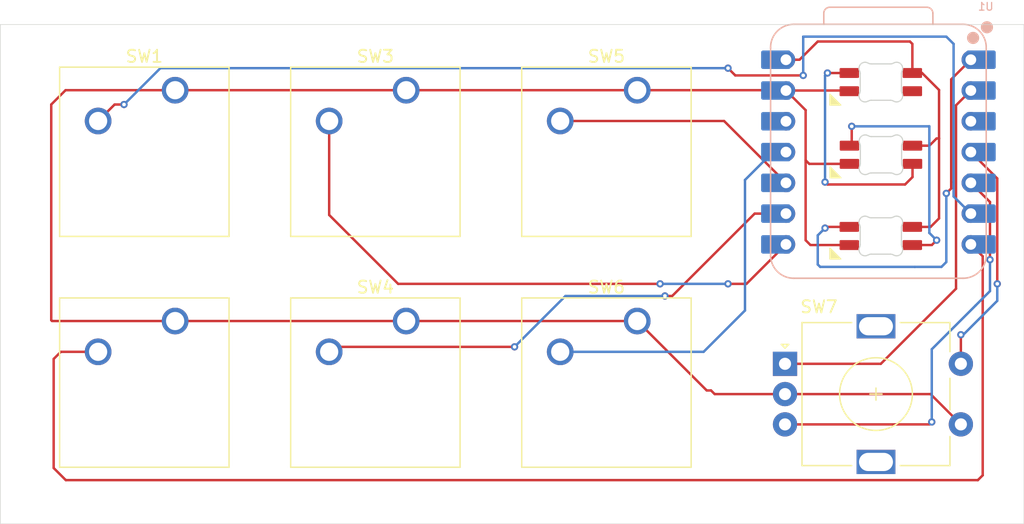
<source format=kicad_pcb>
(kicad_pcb (version 20241229) (generator "pcbnew") (generator_version "9.0")
  (layers (0 "F.Cu" signal) (2 "B.Cu" signal) (13 "F.Paste" user) (15 "B.Paste" user) (5 "F.SilkS" user "F.Silkscreen") (7 "B.SilkS" user "B.Silkscreen") (1 "F.Mask" user) (3 "B.Mask" user) (25 "Edge.Cuts" user))
  (net 0 "")
  (net 1 "+5V")
  (net 2 "GND")
  (net 3 "Net-(U1-GPIO1{slash}RX)")
  (net 4 "Net-(U1-GPIO2{slash}SCK)")
  (net 5 "Net-(U1-GPIO4{slash}MISO)")
  (net 6 "Net-(U1-GPIO3{slash}MOSI)")
  (net 9 "Net-(U1-GPIO7{slash}SCL)")
  (net 10 "Net-(U1-GPIO0{slash}TX)")
  (net 11 "Net-(U1-GPIO27{slash}ADC1{slash}A1)")
  (net 12 "Net-(U1-GPIO6{slash}SDA)")
  (net 13 "Net-(U1-GPIO29{slash}ADC3{slash}A3)")
  (net 14 "Net-(D4-DIN)")
  (net 15 "Net-(D4-DOUT)")
  (net 16 "Net-(D5-DOUT)")
  (footprint "Button_Switch_Keyboard:SW_Cherry_MX_1.00u_PCB" (layer "F.Cu") (at 183.515 33.02)
    (property "Reference" "SW5" (at -2.54 -2.794 0) (layer "F.SilkS"))
    (property "Value" "SW_Push")
    (fp_line (start -9.525 -1.905) (end 4.445 -1.905) (stroke (width 0.12)) (layer "F.SilkS"))
    (fp_line (start -9.525 12.065) (end -9.525 -1.905) (stroke (width 0.12)) (layer "F.SilkS"))
    (fp_line (start 4.445 -1.905) (end 4.445 12.065) (stroke (width 0.12)) (layer "F.SilkS"))
    (fp_line (start 4.445 12.065) (end -9.525 12.065) (stroke (width 0.12)) (layer "F.SilkS"))
    (pad "" np_thru_hole circle (at -7.62 5.08) (size 1.7 1.7) (drill 1.7) (layers "*.Cu" "*.Mask"))
    (pad "" np_thru_hole circle (at -2.54 5.08) (size 4 4) (drill 4) (layers "*.Cu" "*.Mask"))
    (pad "" np_thru_hole circle (at 2.54 5.08) (size 1.7 1.7) (drill 1.7) (layers "*.Cu" "*.Mask"))
    (pad "1" thru_hole circle (at 0 0) (size 2.2 2.2) (drill 1.5) (layers "*.Cu" "*.Mask") (net 2 "GND"))
    (pad "2" thru_hole circle (at -6.35 2.54) (size 2.2 2.2) (drill 1.5) (layers "*.Cu" "*.Mask") (net 5 "Net-(U1-GPIO4{slash}MISO)"))
  )
  (footprint "Button_Switch_Keyboard:SW_Cherry_MX_1.00u_PCB" (layer "F.Cu") (at 145.415 52.07)
    (property "Reference" "SW2" (hide yes))
    (property "Value" "SW_Push")
    (fp_line (start -9.525 -1.905) (end 4.445 -1.905) (stroke (width 0.12)) (layer "F.SilkS"))
    (fp_line (start -9.525 12.065) (end -9.525 -1.905) (stroke (width 0.12)) (layer "F.SilkS"))
    (fp_line (start 4.445 -1.905) (end 4.445 12.065) (stroke (width 0.12)) (layer "F.SilkS"))
    (fp_line (start 4.445 12.065) (end -9.525 12.065) (stroke (width 0.12)) (layer "F.SilkS"))
    (pad "" np_thru_hole circle (at -7.62 5.08) (size 1.7 1.7) (drill 1.7) (layers "*.Cu" "*.Mask"))
    (pad "" np_thru_hole circle (at -2.54 5.08) (size 4 4) (drill 4) (layers "*.Cu" "*.Mask"))
    (pad "" np_thru_hole circle (at 2.54 5.08) (size 1.7 1.7) (drill 1.7) (layers "*.Cu" "*.Mask"))
    (pad "1" thru_hole circle (at 0 0) (size 2.2 2.2) (drill 1.5) (layers "*.Cu" "*.Mask") (net 2 "GND"))
    (pad "2" thru_hole circle (at -6.35 2.54) (size 2.2 2.2) (drill 1.5) (layers "*.Cu" "*.Mask") (net 10 "Net-(U1-GPIO0{slash}TX)"))
  )
  (footprint "Rotary Encoders:RotaryEncoder_Alps_EC11E-Switch_Vertical_H20mm" (layer "F.Cu") (at 195.7 55.6)
    (property "Reference" "SW7" (at 2.8 -4.7 0) (layer "F.SilkS"))
    (property "Value" "RotaryEncoder_Switch")
    (fp_line (start -0.3 -1.6) (end 0.3 -1.6) (stroke (width 0.12)) (layer "F.SilkS"))
    (fp_line (start 0 -1.3) (end -0.3 -1.6) (stroke (width 0.12)) (layer "F.SilkS"))
    (fp_line (start 0.3 -1.6) (end 0 -1.3) (stroke (width 0.12)) (layer "F.SilkS"))
    (fp_line (start 1.4 -3.4) (end 1.4 8.4) (stroke (width 0.12)) (layer "F.SilkS"))
    (fp_line (start 5.5 -3.4) (end 1.4 -3.4) (stroke (width 0.12)) (layer "F.SilkS"))
    (fp_line (start 5.5 8.4) (end 1.4 8.4) (stroke (width 0.12)) (layer "F.SilkS"))
    (fp_line (start 7 2.5) (end 8 2.5) (stroke (width 0.12)) (layer "F.SilkS"))
    (fp_line (start 7.5 2) (end 7.5 3) (stroke (width 0.12)) (layer "F.SilkS"))
    (fp_line (start 9.5 -3.4) (end 13.6 -3.4) (stroke (width 0.12)) (layer "F.SilkS"))
    (fp_line (start 13.6 -3.4) (end 13.6 -1) (stroke (width 0.12)) (layer "F.SilkS"))
    (fp_line (start 13.6 1.2) (end 13.6 3.8) (stroke (width 0.12)) (layer "F.SilkS"))
    (fp_line (start 13.6 6) (end 13.6 8.4) (stroke (width 0.12)) (layer "F.SilkS"))
    (fp_line (start 13.6 8.4) (end 9.5 8.4) (stroke (width 0.12)) (layer "F.SilkS"))
    (fp_circle (center 7.5 2.5) (end 10.5 2.5) (stroke (width 0.12)) (fill no) (layer "F.SilkS"))
    (pad "A" thru_hole rect (at 0 0) (size 2 2) (drill 1) (layers "*.Cu" "*.Mask") (net 11 "Net-(U1-GPIO27{slash}ADC1{slash}A1)"))
    (pad "B" thru_hole circle (at 0 5) (size 2 2) (drill 1) (layers "*.Cu" "*.Mask") (net 12 "Net-(U1-GPIO6{slash}SDA)"))
    (pad "C" thru_hole circle (at 0 2.5) (size 2 2) (drill 1) (layers "*.Cu" "*.Mask") (net 2 "GND"))
    (pad "MP" thru_hole rect (at 7.5 -3.1) (size 3.2 2) (drill oval 2.8 1.5) (layers "*.Cu" "*.Mask"))
    (pad "MP" thru_hole rect (at 7.5 8.1) (size 3.2 2) (drill oval 2.8 1.5) (layers "*.Cu" "*.Mask"))
    (pad "S1" thru_hole circle (at 14.5 5) (size 2 2) (drill 1) (layers "*.Cu" "*.Mask") (net 2 "GND"))
    (pad "S2" thru_hole circle (at 14.5 0) (size 2 2) (drill 1) (layers "*.Cu" "*.Mask") (net 13 "Net-(U1-GPIO29{slash}ADC3{slash}A3)"))
  )
  (footprint "Button_Switch_Keyboard:SW_Cherry_MX_1.00u_PCB" (layer "F.Cu") (at 145.415 33.02)
    (property "Reference" "SW1" (at -2.54 -2.794 0) (layer "F.SilkS"))
    (property "Value" "SW_Push")
    (fp_line (start -9.525 -1.905) (end 4.445 -1.905) (stroke (width 0.12)) (layer "F.SilkS"))
    (fp_line (start -9.525 12.065) (end -9.525 -1.905) (stroke (width 0.12)) (layer "F.SilkS"))
    (fp_line (start 4.445 -1.905) (end 4.445 12.065) (stroke (width 0.12)) (layer "F.SilkS"))
    (fp_line (start 4.445 12.065) (end -9.525 12.065) (stroke (width 0.12)) (layer "F.SilkS"))
    (pad "" np_thru_hole circle (at -7.62 5.08) (size 1.7 1.7) (drill 1.7) (layers "*.Cu" "*.Mask"))
    (pad "" np_thru_hole circle (at -2.54 5.08) (size 4 4) (drill 4) (layers "*.Cu" "*.Mask"))
    (pad "" np_thru_hole circle (at 2.54 5.08) (size 1.7 1.7) (drill 1.7) (layers "*.Cu" "*.Mask"))
    (pad "1" thru_hole circle (at 0 0) (size 2.2 2.2) (drill 1.5) (layers "*.Cu" "*.Mask") (net 2 "GND"))
    (pad "2" thru_hole circle (at -6.35 2.54) (size 2.2 2.2) (drill 1.5) (layers "*.Cu" "*.Mask") (net 9 "Net-(U1-GPIO7{slash}SCL)"))
  )
  (footprint "Button_Switch_Keyboard:SW_Cherry_MX_1.00u_PCB" (layer "F.Cu") (at 164.465 52.07)
    (property "Reference" "SW4" (at -2.54 -2.794 0) (layer "F.SilkS"))
    (property "Value" "SW_Push")
    (fp_line (start -9.525 -1.905) (end 4.445 -1.905) (stroke (width 0.12)) (layer "F.SilkS"))
    (fp_line (start -9.525 12.065) (end -9.525 -1.905) (stroke (width 0.12)) (layer "F.SilkS"))
    (fp_line (start 4.445 -1.905) (end 4.445 12.065) (stroke (width 0.12)) (layer "F.SilkS"))
    (fp_line (start 4.445 12.065) (end -9.525 12.065) (stroke (width 0.12)) (layer "F.SilkS"))
    (pad "" np_thru_hole circle (at -7.62 5.08) (size 1.7 1.7) (drill 1.7) (layers "*.Cu" "*.Mask"))
    (pad "" np_thru_hole circle (at -2.54 5.08) (size 4 4) (drill 4) (layers "*.Cu" "*.Mask"))
    (pad "" np_thru_hole circle (at 2.54 5.08) (size 1.7 1.7) (drill 1.7) (layers "*.Cu" "*.Mask"))
    (pad "1" thru_hole circle (at 0 0) (size 2.2 2.2) (drill 1.5) (layers "*.Cu" "*.Mask") (net 2 "GND"))
    (pad "2" thru_hole circle (at -6.35 2.54) (size 2.2 2.2) (drill 1.5) (layers "*.Cu" "*.Mask") (net 4 "Net-(U1-GPIO2{slash}SCK)"))
  )
  (footprint "Button_Switch_Keyboard:SW_Cherry_MX_1.00u_PCB" (layer "F.Cu") (at 183.515 52.07)
    (property "Reference" "SW6" (at -2.54 -2.794 0) (layer "F.SilkS"))
    (property "Value" "SW_Push")
    (fp_line (start -9.525 -1.905) (end 4.445 -1.905) (stroke (width 0.12)) (layer "F.SilkS"))
    (fp_line (start -9.525 12.065) (end -9.525 -1.905) (stroke (width 0.12)) (layer "F.SilkS"))
    (fp_line (start 4.445 -1.905) (end 4.445 12.065) (stroke (width 0.12)) (layer "F.SilkS"))
    (fp_line (start 4.445 12.065) (end -9.525 12.065) (stroke (width 0.12)) (layer "F.SilkS"))
    (pad "" np_thru_hole circle (at -7.62 5.08) (size 1.7 1.7) (drill 1.7) (layers "*.Cu" "*.Mask"))
    (pad "" np_thru_hole circle (at -2.54 5.08) (size 4 4) (drill 4) (layers "*.Cu" "*.Mask"))
    (pad "" np_thru_hole circle (at 2.54 5.08) (size 1.7 1.7) (drill 1.7) (layers "*.Cu" "*.Mask"))
    (pad "1" thru_hole circle (at 0 0) (size 2.2 2.2) (drill 1.5) (layers "*.Cu" "*.Mask") (net 2 "GND"))
    (pad "2" thru_hole circle (at -6.35 2.54) (size 2.2 2.2) (drill 1.5) (layers "*.Cu" "*.Mask") (net 6 "Net-(U1-GPIO3{slash}MOSI)"))
  )
  (footprint "Button_Switch_Keyboard:SW_Cherry_MX_1.00u_PCB" (layer "F.Cu") (at 164.465 33.02)
    (property "Reference" "SW3" (at -2.54 -2.794 0) (layer "F.SilkS"))
    (property "Value" "SW_Push")
    (fp_line (start -9.525 -1.905) (end 4.445 -1.905) (stroke (width 0.12)) (layer "F.SilkS"))
    (fp_line (start -9.525 12.065) (end -9.525 -1.905) (stroke (width 0.12)) (layer "F.SilkS"))
    (fp_line (start 4.445 -1.905) (end 4.445 12.065) (stroke (width 0.12)) (layer "F.SilkS"))
    (fp_line (start 4.445 12.065) (end -9.525 12.065) (stroke (width 0.12)) (layer "F.SilkS"))
    (pad "" np_thru_hole circle (at -7.62 5.08) (size 1.7 1.7) (drill 1.7) (layers "*.Cu" "*.Mask"))
    (pad "" np_thru_hole circle (at -2.54 5.08) (size 4 4) (drill 4) (layers "*.Cu" "*.Mask"))
    (pad "" np_thru_hole circle (at 2.54 5.08) (size 1.7 1.7) (drill 1.7) (layers "*.Cu" "*.Mask"))
    (pad "1" thru_hole circle (at 0 0) (size 2.2 2.2) (drill 1.5) (layers "*.Cu" "*.Mask") (net 2 "GND"))
    (pad "2" thru_hole circle (at -6.35 2.54) (size 2.2 2.2) (drill 1.5) (layers "*.Cu" "*.Mask") (net 3 "Net-(U1-GPIO1{slash}RX)"))
  )
  (footprint "OPL:XIAO-RP2040-DIP" (layer "B.Cu") (at 203.4 38.125 180)
    (property "Reference" "U1" (at -8.85 12 0) (layer "B.SilkS") (effects (font (size 0.635 0.635) (thickness 0.1016)) (justify mirror)))
    (property "Value" "XIAO-RP2040-DIP" (hide yes))
    (fp_line (start 8.89 -8.509) (end 8.89 8.636) (stroke (width 0.127)) (layer "B.SilkS"))
    (fp_line (start 6.985 10.541) (end -6.985 10.541) (stroke (width 0.1)) (layer "B.SilkS"))
    (fp_line (start 6.985 10.541) (end -6.985 10.541) (stroke (width 0.127)) (layer "B.SilkS"))
    (fp_line (start 4.504 11.451) (end 4.504 10.541) (stroke (width 0.127)) (layer "B.SilkS"))
    (fp_line (start -3.991272 11.951) (end 4.004 11.951) (stroke (width 0.127)) (layer "B.SilkS"))
    (fp_line (start -4.495 10.541) (end -4.491272 11.451272) (stroke (width 0.127)) (layer "B.SilkS"))
    (fp_line (start -6.985 -10.414) (end 6.985 -10.414) (stroke (width 0.127)) (layer "B.SilkS"))
    (fp_line (start -8.89 -8.509) (end -8.89 8.636) (stroke (width 0.127)) (layer "B.SilkS"))
    (fp_arc (start 8.89 8.636) (mid 8.332038 9.983038) (end 6.985 10.541) (stroke (width 0.127)) (layer "B.SilkS"))
    (fp_arc (start 6.985 -10.414) (mid 8.332038 -9.856038) (end 8.89 -8.509) (stroke (width 0.127)) (layer "B.SilkS"))
    (fp_arc (start 4.504 11.451) (mid 4.357553 11.804553) (end 4.004 11.951) (stroke (width 0.127)) (layer "B.SilkS"))
    (fp_arc (start -3.991272 11.951) (mid -4.344724 11.804644) (end -4.491272 11.451272) (stroke (width 0.127)) (layer "B.SilkS"))
    (fp_arc (start -6.985 10.541) (mid -8.332038 9.983038) (end -8.89 8.636) (stroke (width 0.127)) (layer "B.SilkS"))
    (fp_arc (start -8.89 -8.509) (mid -8.332038 -9.856038) (end -6.985 -10.414) (stroke (width 0.127)) (layer "B.SilkS"))
    (fp_circle (center -7.807 9.42) (end -7.807 9.674) (stroke (width 0.5)) (fill yes) (layer "B.SilkS"))
    (fp_circle (center -8.95 10.3) (end -8.95 10.554) (stroke (width 0.5)) (fill yes) (layer "B.SilkS"))
    (pad "1" smd roundrect (at -8.455 7.62) (size 2.432 1.524) (layers "B.Cu" "B.Mask") (roundrect_rratio 0.1) (net 14 "Net-(D4-DIN)"))
    (pad "1" thru_hole circle (at -7.62 7.62) (size 1.524 1.524) (drill 0.889) (layers "*.Cu" "*.Mask") (net 14 "Net-(D4-DIN)"))
    (pad "2" smd roundrect (at -8.455 5.08) (size 2.432 1.524) (layers "B.Cu" "B.Mask") (roundrect_rratio 0.1) (net 11 "Net-(U1-GPIO27{slash}ADC1{slash}A1)"))
    (pad "2" thru_hole circle (at -7.62 5.08) (size 1.524 1.524) (drill 0.889) (layers "*.Cu" "*.Mask") (net 11 "Net-(U1-GPIO27{slash}ADC1{slash}A1)"))
    (pad "3" smd roundrect (at -8.455 2.54) (size 2.432 1.524) (layers "B.Cu" "B.Mask") (roundrect_rratio 0.1))
    (pad "3" thru_hole circle (at -7.62 2.54) (size 1.524 1.524) (drill 0.889) (layers "*.Cu" "*.Mask"))
    (pad "4" smd roundrect (at -8.455 0) (size 2.432 1.524) (layers "B.Cu" "B.Mask") (roundrect_rratio 0.1) (net 13 "Net-(U1-GPIO29{slash}ADC3{slash}A3)"))
    (pad "4" thru_hole circle (at -7.62 0) (size 1.524 1.524) (drill 0.889) (layers "*.Cu" "*.Mask") (net 13 "Net-(U1-GPIO29{slash}ADC3{slash}A3)"))
    (pad "5" smd roundrect (at -8.455 -2.54) (size 2.432 1.524) (layers "B.Cu" "B.Mask") (roundrect_rratio 0.1) (net 12 "Net-(U1-GPIO6{slash}SDA)"))
    (pad "5" thru_hole circle (at -7.62 -2.54) (size 1.524 1.524) (drill 0.889) (layers "*.Cu" "*.Mask") (net 12 "Net-(U1-GPIO6{slash}SDA)"))
    (pad "6" smd roundrect (at -8.455 -5.08) (size 2.432 1.524) (layers "B.Cu" "B.Mask") (roundrect_rratio 0.1) (net 9 "Net-(U1-GPIO7{slash}SCL)"))
    (pad "6" thru_hole circle (at -7.62 -5.08) (size 1.524 1.524) (drill 0.889) (layers "*.Cu" "*.Mask") (net 9 "Net-(U1-GPIO7{slash}SCL)"))
    (pad "7" smd roundrect (at -8.455 -7.62) (size 2.432 1.524) (layers "B.Cu" "B.Mask") (roundrect_rratio 0.1) (net 10 "Net-(U1-GPIO0{slash}TX)"))
    (pad "7" thru_hole circle (at -7.62 -7.62) (size 1.524 1.524) (drill 0.889) (layers "*.Cu" "*.Mask") (net 10 "Net-(U1-GPIO0{slash}TX)"))
    (pad "8" thru_hole circle (at 7.62 -7.62 180) (size 1.524 1.524) (drill 0.889) (layers "*.Cu" "*.Mask") (net 3 "Net-(U1-GPIO1{slash}RX)"))
    (pad "8" smd roundrect (at 8.455 -7.62 180) (size 2.432 1.524) (layers "B.Cu" "B.Mask") (roundrect_rratio 0.1) (net 3 "Net-(U1-GPIO1{slash}RX)"))
    (pad "9" thru_hole circle (at 7.62 -5.08 180) (size 1.524 1.524) (drill 0.889) (layers "*.Cu" "*.Mask") (net 4 "Net-(U1-GPIO2{slash}SCK)"))
    (pad "9" smd roundrect (at 8.455 -5.08 180) (size 2.432 1.524) (layers "B.Cu" "B.Mask") (roundrect_rratio 0.1) (net 4 "Net-(U1-GPIO2{slash}SCK)"))
    (pad "10" thru_hole circle (at 7.62 -2.54 180) (size 1.524 1.524) (drill 0.889) (layers "*.Cu" "*.Mask") (net 5 "Net-(U1-GPIO4{slash}MISO)"))
    (pad "10" smd roundrect (at 8.455 -2.54 180) (size 2.432 1.524) (layers "B.Cu" "B.Mask") (roundrect_rratio 0.1) (net 5 "Net-(U1-GPIO4{slash}MISO)"))
    (pad "11" thru_hole circle (at 7.62 0 180) (size 1.524 1.524) (drill 0.889) (layers "*.Cu" "*.Mask") (net 6 "Net-(U1-GPIO3{slash}MOSI)"))
    (pad "11" smd roundrect (at 8.455 0 180) (size 2.432 1.524) (layers "B.Cu" "B.Mask") (roundrect_rratio 0.1) (net 6 "Net-(U1-GPIO3{slash}MOSI)"))
    (pad "12" thru_hole circle (at 7.62 2.54 180) (size 1.524 1.524) (drill 0.889) (layers "*.Cu" "*.Mask"))
    (pad "12" smd roundrect (at 8.455 2.54 180) (size 2.432 1.524) (layers "B.Cu" "B.Mask") (roundrect_rratio 0.1))
    (pad "13" thru_hole circle (at 7.62 5.08 180) (size 1.524 1.524) (drill 0.889) (layers "*.Cu" "*.Mask") (net 2 "GND"))
    (pad "13" smd roundrect (at 8.455 5.08 180) (size 2.432 1.524) (layers "B.Cu" "B.Mask") (roundrect_rratio 0.1) (net 2 "GND"))
    (pad "14" thru_hole circle (at 7.62 7.62 180) (size 1.524 1.524) (drill 0.889) (layers "*.Cu" "*.Mask") (net 1 "+5V"))
    (pad "14" smd roundrect (at 8.455 7.62 180) (size 2.432 1.524) (layers "B.Cu" "B.Mask") (roundrect_rratio 0.1) (net 1 "+5V"))
  )
  (footprint "Hackclub Footprints:MX_SK6812MINI-E_REV" (layer "B.Cu") (at 203.6 37.43)
    (property "Reference" "D6" (hide yes))
    (property "Value" "SK6812MINI-E")
    (fp_poly (pts (xy -4.2 -4.08) (xy -3.3 -3.18) (xy -4.2 -3.18)) (stroke (width 0.1)) (fill yes) (layer "F.SilkS"))
    (fp_line (start -1.699999 -5.782842) (end -1.699999 -4.377158) (stroke (width 0.1)) (layer "Edge.Cuts"))
    (fp_line (start -0.794452 -3.58) (end 0.794452 -3.58) (stroke (width 0.1)) (layer "Edge.Cuts"))
    (fp_line (start 0.794452 -6.579999) (end -0.794453 -6.579999) (stroke (width 0.1)) (layer "Edge.Cuts"))
    (fp_line (start 1.699999 -4.377158) (end 1.699999 -5.782842) (stroke (width 0.1)) (layer "Edge.Cuts"))
    (fp_arc (start -1.749484 -5.99972) (mid -1.712527 -5.894068) (end -1.699999 -5.782843) (stroke (width 0.1)) (layer "Edge.Cuts"))
    (fp_arc (start -1.749484 -5.99972) (mid -1.638071 -6.584035) (end -1.046711 -6.648298) (stroke (width 0.1)) (layer "Edge.Cuts"))
    (fp_arc (start -1.699999 -4.377158) (mid -1.712527 -4.265932) (end -1.749484 -4.16028) (stroke (width 0.1)) (layer "Edge.Cuts"))
    (fp_arc (start -1.046711 -3.511701) (mid -1.638072 -3.575965) (end -1.749484 -4.160281) (stroke (width 0.1)) (layer "Edge.Cuts"))
    (fp_arc (start -1.046711 -3.511701) (mid -0.925123 -3.562623) (end -0.794452 -3.58) (stroke (width 0.1)) (layer "Edge.Cuts"))
    (fp_arc (start -0.794453 -6.579999) (mid -0.925123 -6.597376) (end -1.046711 -6.648298) (stroke (width 0.1)) (layer "Edge.Cuts"))
    (fp_arc (start 0.794452 -3.58) (mid 0.925122 -3.562623) (end 1.04671 -3.511701) (stroke (width 0.1)) (layer "Edge.Cuts"))
    (fp_arc (start 1.046711 -6.648299) (mid 0.925123 -6.597377) (end 0.794453 -6.58) (stroke (width 0.1)) (layer "Edge.Cuts"))
    (fp_arc (start 1.046711 -6.648299) (mid 1.638071 -6.584036) (end 1.749484 -5.99972) (stroke (width 0.1)) (layer "Edge.Cuts"))
    (fp_arc (start 1.699999 -5.782842) (mid 1.712536 -5.894065) (end 1.749484 -5.99972) (stroke (width 0.1)) (layer "Edge.Cuts"))
    (fp_arc (start 1.749484 -4.16028) (mid 1.638072 -3.575963) (end 1.046711 -3.511703) (stroke (width 0.1)) (layer "Edge.Cuts"))
    (fp_arc (start 1.749484 -4.16028) (mid 1.712526 -4.265931) (end 1.699999 -4.377157) (stroke (width 0.1)) (layer "Edge.Cuts"))
    (pad "1" smd roundrect (at 2.6 -5.83 270) (size 0.82 1.6) (layers "F.Cu" "F.Mask" "F.Paste") (roundrect_rratio 0.1) (net 1 "+5V"))
    (pad "2" smd roundrect (at 2.6 -4.33 270) (size 0.82 1.6) (layers "F.Cu" "F.Mask" "F.Paste") (roundrect_rratio 0.1))
    (pad "3" smd roundrect (at -2.6 -4.33 270) (size 0.82 1.6) (layers "F.Cu" "F.Mask" "F.Paste") (roundrect_rratio 0.1) (net 2 "GND"))
    (pad "4" smd roundrect (at -2.6 -5.83 270) (size 0.82 1.6) (layers "F.Cu" "F.Mask" "F.Paste") (roundrect_rratio 0.1) (net 16 "Net-(D5-DOUT)"))
  )
  (footprint "Hackclub Footprints:MX_SK6812MINI-E_REV" (layer "B.Cu") (at 203.6 50.13)
    (property "Reference" "D4" (hide yes))
    (property "Value" "SK6812MINI-E")
    (fp_poly (pts (xy -4.2 -4.08) (xy -3.3 -3.18) (xy -4.2 -3.18)) (stroke (width 0.1)) (fill yes) (layer "F.SilkS"))
    (fp_line (start -1.699999 -5.782842) (end -1.699999 -4.377158) (stroke (width 0.1)) (layer "Edge.Cuts"))
    (fp_line (start -0.794452 -3.58) (end 0.794452 -3.58) (stroke (width 0.1)) (layer "Edge.Cuts"))
    (fp_line (start 0.794452 -6.579999) (end -0.794453 -6.579999) (stroke (width 0.1)) (layer "Edge.Cuts"))
    (fp_line (start 1.699999 -4.377158) (end 1.699999 -5.782842) (stroke (width 0.1)) (layer "Edge.Cuts"))
    (fp_arc (start -1.749484 -5.99972) (mid -1.712527 -5.894068) (end -1.699999 -5.782843) (stroke (width 0.1)) (layer "Edge.Cuts"))
    (fp_arc (start -1.749484 -5.99972) (mid -1.638071 -6.584035) (end -1.046711 -6.648298) (stroke (width 0.1)) (layer "Edge.Cuts"))
    (fp_arc (start -1.699999 -4.377158) (mid -1.712527 -4.265932) (end -1.749484 -4.16028) (stroke (width 0.1)) (layer "Edge.Cuts"))
    (fp_arc (start -1.046711 -3.511701) (mid -1.638072 -3.575965) (end -1.749484 -4.160281) (stroke (width 0.1)) (layer "Edge.Cuts"))
    (fp_arc (start -1.046711 -3.511701) (mid -0.925123 -3.562623) (end -0.794452 -3.58) (stroke (width 0.1)) (layer "Edge.Cuts"))
    (fp_arc (start -0.794453 -6.579999) (mid -0.925123 -6.597376) (end -1.046711 -6.648298) (stroke (width 0.1)) (layer "Edge.Cuts"))
    (fp_arc (start 0.794452 -3.58) (mid 0.925122 -3.562623) (end 1.04671 -3.511701) (stroke (width 0.1)) (layer "Edge.Cuts"))
    (fp_arc (start 1.046711 -6.648299) (mid 0.925123 -6.597377) (end 0.794453 -6.58) (stroke (width 0.1)) (layer "Edge.Cuts"))
    (fp_arc (start 1.046711 -6.648299) (mid 1.638071 -6.584036) (end 1.749484 -5.99972) (stroke (width 0.1)) (layer "Edge.Cuts"))
    (fp_arc (start 1.699999 -5.782842) (mid 1.712536 -5.894065) (end 1.749484 -5.99972) (stroke (width 0.1)) (layer "Edge.Cuts"))
    (fp_arc (start 1.749484 -4.16028) (mid 1.638072 -3.575963) (end 1.046711 -3.511703) (stroke (width 0.1)) (layer "Edge.Cuts"))
    (fp_arc (start 1.749484 -4.16028) (mid 1.712526 -4.265931) (end 1.699999 -4.377157) (stroke (width 0.1)) (layer "Edge.Cuts"))
    (pad "1" smd roundrect (at 2.6 -5.83 270) (size 0.82 1.6) (layers "F.Cu" "F.Mask" "F.Paste") (roundrect_rratio 0.1) (net 1 "+5V"))
    (pad "2" smd roundrect (at 2.6 -4.33 270) (size 0.82 1.6) (layers "F.Cu" "F.Mask" "F.Paste") (roundrect_rratio 0.1) (net 15 "Net-(D4-DOUT)"))
    (pad "3" smd roundrect (at -2.6 -4.33 270) (size 0.82 1.6) (layers "F.Cu" "F.Mask" "F.Paste") (roundrect_rratio 0.1) (net 2 "GND"))
    (pad "4" smd roundrect (at -2.6 -5.83 270) (size 0.82 1.6) (layers "F.Cu" "F.Mask" "F.Paste") (roundrect_rratio 0.1) (net 14 "Net-(D4-DIN)"))
  )
  (footprint "Hackclub Footprints:MX_SK6812MINI-E_REV" (layer "B.Cu") (at 203.6125 43.4275)
    (property "Reference" "D5" (hide yes))
    (property "Value" "SK6812MINI-E")
    (fp_poly (pts (xy -4.2 -4.08) (xy -3.3 -3.18) (xy -4.2 -3.18)) (stroke (width 0.1)) (fill yes) (layer "F.SilkS"))
    (fp_line (start -1.699999 -5.782842) (end -1.699999 -4.377158) (stroke (width 0.1)) (layer "Edge.Cuts"))
    (fp_line (start -0.794452 -3.58) (end 0.794452 -3.58) (stroke (width 0.1)) (layer "Edge.Cuts"))
    (fp_line (start 0.794452 -6.579999) (end -0.794453 -6.579999) (stroke (width 0.1)) (layer "Edge.Cuts"))
    (fp_line (start 1.699999 -4.377158) (end 1.699999 -5.782842) (stroke (width 0.1)) (layer "Edge.Cuts"))
    (fp_arc (start -1.749484 -5.99972) (mid -1.712527 -5.894068) (end -1.699999 -5.782843) (stroke (width 0.1)) (layer "Edge.Cuts"))
    (fp_arc (start -1.749484 -5.99972) (mid -1.638071 -6.584035) (end -1.046711 -6.648298) (stroke (width 0.1)) (layer "Edge.Cuts"))
    (fp_arc (start -1.699999 -4.377158) (mid -1.712527 -4.265932) (end -1.749484 -4.16028) (stroke (width 0.1)) (layer "Edge.Cuts"))
    (fp_arc (start -1.046711 -3.511701) (mid -1.638072 -3.575965) (end -1.749484 -4.160281) (stroke (width 0.1)) (layer "Edge.Cuts"))
    (fp_arc (start -1.046711 -3.511701) (mid -0.925123 -3.562623) (end -0.794452 -3.58) (stroke (width 0.1)) (layer "Edge.Cuts"))
    (fp_arc (start -0.794453 -6.579999) (mid -0.925123 -6.597376) (end -1.046711 -6.648298) (stroke (width 0.1)) (layer "Edge.Cuts"))
    (fp_arc (start 0.794452 -3.58) (mid 0.925122 -3.562623) (end 1.04671 -3.511701) (stroke (width 0.1)) (layer "Edge.Cuts"))
    (fp_arc (start 1.046711 -6.648299) (mid 0.925123 -6.597377) (end 0.794453 -6.58) (stroke (width 0.1)) (layer "Edge.Cuts"))
    (fp_arc (start 1.046711 -6.648299) (mid 1.638071 -6.584036) (end 1.749484 -5.99972) (stroke (width 0.1)) (layer "Edge.Cuts"))
    (fp_arc (start 1.699999 -5.782842) (mid 1.712536 -5.894065) (end 1.749484 -5.99972) (stroke (width 0.1)) (layer "Edge.Cuts"))
    (fp_arc (start 1.749484 -4.16028) (mid 1.638072 -3.575963) (end 1.046711 -3.511703) (stroke (width 0.1)) (layer "Edge.Cuts"))
    (fp_arc (start 1.749484 -4.16028) (mid 1.712526 -4.265931) (end 1.699999 -4.377157) (stroke (width 0.1)) (layer "Edge.Cuts"))
    (pad "1" smd roundrect (at 2.6 -5.83 270) (size 0.82 1.6) (layers "F.Cu" "F.Mask" "F.Paste") (roundrect_rratio 0.1) (net 1 "+5V"))
    (pad "2" smd roundrect (at 2.6 -4.33 270) (size 0.82 1.6) (layers "F.Cu" "F.Mask" "F.Paste") (roundrect_rratio 0.1) (net 16 "Net-(D5-DOUT)"))
    (pad "3" smd roundrect (at -2.6 -4.33 270) (size 0.82 1.6) (layers "F.Cu" "F.Mask" "F.Paste") (roundrect_rratio 0.1) (net 2 "GND"))
    (pad "4" smd roundrect (at -2.6 -5.83 270) (size 0.82 1.6) (layers "F.Cu" "F.Mask" "F.Paste") (roundrect_rratio 0.1) (net 15 "Net-(D4-DOUT)"))
  )
  (gr_rect (start 131 27.6) (end 215.4 68.8) (stroke (width 0.05)) (fill no) (layer "Edge.Cuts"))
  (segment (start 208.4 37) (end 208.2 37) (width 0.2) (layer "F.Cu") (net 1))
  (segment (start 207 31.6) (end 208.4 33) (width 0.2) (layer "F.Cu") (net 1))
  (segment (start 208.4 43.6) (end 207.7 44.3) (width 0.2) (layer "F.Cu") (net 1))
  (segment (start 208.4 37) (end 208.4 43.6) (width 0.2) (layer "F.Cu") (net 1))
  (segment (start 206.2 29.2) (end 206.2 31.6) (width 0.2) (layer "F.Cu") (net 1))
  (segment (start 206 29) (end 206.2 29.2) (width 0.2) (layer "F.Cu") (net 1))
  (segment (start 195.78 30.505) (end 196.895 30.505) (width 0.2) (layer "F.Cu") (net 1))
  (segment (start 196.895 30.505) (end 198.4 29) (width 0.2) (layer "F.Cu") (net 1))
  (segment (start 208.2 37) (end 207.6025 37.5975) (width 0.2) (layer "F.Cu") (net 1))
  (segment (start 198.4 29) (end 206 29) (width 0.2) (layer "F.Cu") (net 1))
  (segment (start 195.78 30.505) (end 195.875 30.6) (width 0.2) (layer "F.Cu") (net 1))
  (segment (start 206.2 31.6) (end 207 31.6) (width 0.2) (layer "F.Cu") (net 1))
  (segment (start 207.7 44.3) (end 206.2 44.3) (width 0.2) (layer "F.Cu") (net 1))
  (segment (start 207.6025 37.5975) (end 206.2125 37.5975) (width 0.2) (layer "F.Cu") (net 1))
  (segment (start 208.4 33) (end 208.4 37) (width 0.2) (layer "F.Cu") (net 1))
  (segment (start 197.6975 39.0975) (end 201.0125 39.0975) (width 0.2) (layer "F.Cu") (net 2))
  (segment (start 145.415 52.07) (end 135.27 52.07) (width 0.2) (layer "F.Cu") (net 2))
  (segment (start 197.8 45.8) (end 201 45.8) (width 0.2) (layer "F.Cu") (net 2))
  (segment (start 136.38 33.02) (end 145.415 33.02) (width 0.2) (layer "F.Cu") (net 2))
  (segment (start 135.2 52) (end 135.2 34.2) (width 0.2) (layer "F.Cu") (net 2))
  (segment (start 135.2 34.2) (end 136.38 33.02) (width 0.2) (layer "F.Cu") (net 2))
  (segment (start 189.245 57.8) (end 183.515 52.07) (width 0.2) (layer "F.Cu") (net 2))
  (segment (start 197.4 45.4) (end 197.8 45.8) (width 0.2) (layer "F.Cu") (net 2))
  (segment (start 164.465 33.02) (end 183.515 33.02) (width 0.2) (layer "F.Cu") (net 2))
  (segment (start 197.4 34.665) (end 197.4 38.8) (width 0.2) (layer "F.Cu") (net 2))
  (segment (start 210.2 60.6) (end 207.7 58.1) (width 0.2) (layer "F.Cu") (net 2))
  (segment (start 183.515 52.07) (end 164.465 52.07) (width 0.2) (layer "F.Cu") (net 2))
  (segment (start 145.415 33.02) (end 164.465 33.02) (width 0.2) (layer "F.Cu") (net 2))
  (segment (start 207.7 58.1) (end 195.7 58.1) (width 0.2) (layer "F.Cu") (net 2))
  (segment (start 195.78 33.045) (end 200.945 33.045) (width 0.2) (layer "F.Cu") (net 2))
  (segment (start 189.6 57.8) (end 189.245 57.8) (width 0.2) (layer "F.Cu") (net 2))
  (segment (start 135.27 52.07) (end 135.2 52) (width 0.2) (layer "F.Cu") (net 2))
  (segment (start 195.78 33.045) (end 197.4 34.665) (width 0.2) (layer "F.Cu") (net 2))
  (segment (start 183.515 33.02) (end 195.755 33.02) (width 0.2) (layer "F.Cu") (net 2))
  (segment (start 197.4 38.8) (end 197.6975 39.0975) (width 0.2) (layer "F.Cu") (net 2))
  (segment (start 195.7 58.1) (end 189.9 58.1) (width 0.2) (layer "F.Cu") (net 2))
  (segment (start 200.945 33.045) (end 201 33.1) (width 0.2) (layer "F.Cu") (net 2))
  (segment (start 195.755 33.02) (end 195.78 33.045) (width 0.2) (layer "F.Cu") (net 2))
  (segment (start 197.4 38.8) (end 197.4 45.4) (width 0.2) (layer "F.Cu") (net 2))
  (segment (start 145.415 52.07) (end 164.465 52.07) (width 0.2) (layer "F.Cu") (net 2))
  (segment (start 189.9 58.1) (end 189.6 57.8) (width 0.2) (layer "F.Cu") (net 2))
  (segment (start 163.8 49) (end 185.4 49) (width 0.2) (layer "F.Cu") (net 3))
  (segment (start 192.525 49) (end 195.78 45.745) (width 0.2) (layer "F.Cu") (net 3))
  (segment (start 158.115 35.56) (end 158.115 43.315) (width 0.2) (layer "F.Cu") (net 3))
  (segment (start 158.115 43.315) (end 163.8 49) (width 0.2) (layer "F.Cu") (net 3))
  (segment (start 191 49) (end 192.525 49) (width 0.2) (layer "F.Cu") (net 3))
  (via (at 191 49) (size 0.6) (drill 0.3) (layers "F.Cu" "B.Cu") (net 3))
  (via (at 185.4 49) (size 0.6) (drill 0.3) (layers "F.Cu" "B.Cu") (net 3))
  (segment (start 185.4 49) (end 191 49) (width 0.2) (layer "B.Cu") (net 3))
  (segment (start 186.4 50) (end 193.195 43.205) (width 0.2) (layer "F.Cu") (net 4))
  (segment (start 185.8 50) (end 186.4 50) (width 0.2) (layer "F.Cu") (net 4))
  (segment (start 158.525 54.2) (end 173.4 54.2) (width 0.2) (layer "F.Cu") (net 4))
  (segment (start 193.195 43.205) (end 195.78 43.205) (width 0.2) (layer "F.Cu") (net 4))
  (segment (start 158.115 54.61) (end 158.525 54.2) (width 0.2) (layer "F.Cu") (net 4))
  (via (at 185.8 50) (size 0.6) (drill 0.3) (layers "F.Cu" "B.Cu") (net 4))
  (via (at 173.4 54.2) (size 0.6) (drill 0.3) (layers "F.Cu" "B.Cu") (net 4))
  (segment (start 173.4 54.2) (end 177.6 50) (width 0.2) (layer "B.Cu") (net 4))
  (segment (start 177.6 50) (end 185.8 50) (width 0.2) (layer "B.Cu") (net 4))
  (segment (start 177.165 35.56) (end 190.675 35.56) (width 0.2) (layer "F.Cu") (net 5))
  (segment (start 190.675 35.56) (end 195.78 40.665) (width 0.2) (layer "F.Cu") (net 5))
  (segment (start 177.165 54.61) (end 188.99 54.61) (width 0.2) (layer "B.Cu") (net 6))
  (segment (start 188.99 54.61) (end 192.4 51.2) (width 0.2) (layer "B.Cu") (net 6))
  (segment (start 192.4 40.42737) (end 194.70237 38.125) (width 0.2) (layer "B.Cu") (net 6))
  (segment (start 192.4 51.2) (end 192.4 40.42737) (width 0.2) (layer "B.Cu") (net 6))
  (segment (start 194.70237 38.125) (end 195.78 38.125) (width 0.2) (layer "B.Cu") (net 6))
  (segment (start 139.065 35.56) (end 140.425 34.2) (width 0.2) (layer "F.Cu") (net 9))
  (segment (start 191 31.2) (end 191.6 31.8) (width 0.2) (layer "F.Cu") (net 9))
  (segment (start 191.6 31.8) (end 197.2 31.8) (width 0.2) (layer "F.Cu") (net 9))
  (segment (start 197.2 31.8) (end 197.2 31.6) (width 0.2) (layer "F.Cu") (net 9))
  (segment (start 140.425 34.2) (end 141.2 34.2) (width 0.2) (layer "F.Cu") (net 9))
  (via (at 197.2 31.8) (size 0.6) (drill 0.3) (layers "F.Cu" "B.Cu") (net 9))
  (via (at 191 31.2) (size 0.6) (drill 0.3) (layers "F.Cu" "B.Cu") (net 9))
  (via (at 141.2 34.2) (size 0.6) (drill 0.3) (layers "F.Cu" "B.Cu") (net 9))
  (segment (start 209.6 41.785) (end 211.02 43.205) (width 0.2) (layer "B.Cu") (net 9))
  (segment (start 144.2 31.2) (end 191 31.2) (width 0.2) (layer "B.Cu") (net 9))
  (segment (start 209 28.6) (end 209.6 29.2) (width 0.2) (layer "B.Cu") (net 9))
  (segment (start 197.2 31.8) (end 197.2 28.6) (width 0.2) (layer "B.Cu") (net 9))
  (segment (start 197.2 28.6) (end 209 28.6) (width 0.2) (layer "B.Cu") (net 9))
  (segment (start 141.2 34.2) (end 144.2 31.2) (width 0.2) (layer "B.Cu") (net 9))
  (segment (start 209.6 29.2) (end 209.6 41.785) (width 0.2) (layer "B.Cu") (net 9))
  (segment (start 211.6 65.2) (end 212 64.8) (width 0.2) (layer "F.Cu") (net 10))
  (segment (start 212 64.8) (end 212 46.725) (width 0.2) (layer "F.Cu") (net 10))
  (segment (start 135.4 55.2) (end 135.4 64.2) (width 0.2) (layer "F.Cu") (net 10))
  (segment (start 136.4 65.2) (end 211.6 65.2) (width 0.2) (layer "F.Cu") (net 10))
  (segment (start 212 46.725) (end 211.02 45.745) (width 0.2) (layer "F.Cu") (net 10))
  (segment (start 135.99 54.61) (end 135.4 55.2) (width 0.2) (layer "F.Cu") (net 10))
  (segment (start 139.065 54.61) (end 135.99 54.61) (width 0.2) (layer "F.Cu") (net 10))
  (segment (start 135.4 64.2) (end 136.4 65.2) (width 0.2) (layer "F.Cu") (net 10))
  (segment (start 203.6 55.6) (end 209.8 49.4) (width 0.2) (layer "F.Cu") (net 11))
  (segment (start 209.8 34.265) (end 211.02 33.045) (width 0.2) (layer "F.Cu") (net 11))
  (segment (start 209.8 49.4) (end 209.8 34.265) (width 0.2) (layer "F.Cu") (net 11))
  (segment (start 195.7 55.6) (end 203.6 55.6) (width 0.2) (layer "F.Cu") (net 11))
  (segment (start 212.6 47.007) (end 212.6 42.245) (width 0.2) (layer "F.Cu") (net 12))
  (segment (start 207.6 60.6) (end 207.8 60.4) (width 0.2) (layer "F.Cu") (net 12))
  (segment (start 212.6 42.245) (end 211.02 40.665) (width 0.2) (layer "F.Cu") (net 12))
  (segment (start 195.7 60.6) (end 207.6 60.6) (width 0.2) (layer "F.Cu") (net 12))
  (via (at 212.6 47.007) (size 0.6) (drill 0.3) (layers "F.Cu" "B.Cu") (net 12))
  (via (at 207.8 60.4) (size 0.6) (drill 0.3) (layers "F.Cu" "B.Cu") (net 12))
  (segment (start 211.4 50.8) (end 212.6 49.6) (width 0.2) (layer "B.Cu") (net 12))
  (segment (start 212.6 49.6) (end 212.6 47.007) (width 0.2) (layer "B.Cu") (net 12))
  (segment (start 207.8 54.4) (end 211.4 50.8) (width 0.2) (layer "B.Cu") (net 12))
  (segment (start 207.8 60.4) (end 207.8 54.4) (width 0.2) (layer "B.Cu") (net 12))
  (segment (start 213.2 49) (end 213.2 40.305) (width 0.2) (layer "F.Cu") (net 13))
  (segment (start 213.2 40.305) (end 211.02 38.125) (width 0.2) (layer "F.Cu") (net 13))
  (segment (start 210.2 55.6) (end 210.2 53.2) (width 0.2) (layer "F.Cu") (net 13))
  (via (at 213.2 49) (size 0.6) (drill 0.3) (layers "F.Cu" "B.Cu") (net 13))
  (via (at 210.2 53.2) (size 0.6) (drill 0.3) (layers "F.Cu" "B.Cu") (net 13))
  (segment (start 210.2 53.2) (end 210.4 53.2) (width 0.2) (layer "B.Cu") (net 13))
  (segment (start 210.4 53.2) (end 213.2 50.4) (width 0.2) (layer "B.Cu") (net 13))
  (segment (start 213.2 50.4) (end 213.2 49) (width 0.2) (layer "B.Cu") (net 13))
  (segment (start 209.4 32.125) (end 209.4 40.6) (width 0.2) (layer "F.Cu") (net 14))
  (segment (start 209.4 41.133133) (end 209 41.533133) (width 0.2) (layer "F.Cu") (net 14))
  (segment (start 199.1 44.3) (end 201 44.3) (width 0.2) (layer "F.Cu") (net 14))
  (segment (start 211.02 30.505) (end 209.4 32.125) (width 0.2) (layer "F.Cu") (net 14))
  (segment (start 199 44.4) (end 199.1 44.3) (width 0.2) (layer "F.Cu") (net 14))
  (segment (start 209.4 40.6) (end 209.4 41.133133) (width 0.2) (layer "F.Cu") (net 14))
  (via (at 209 41.533133) (size 0.6) (drill 0.3) (layers "F.Cu" "B.Cu") (net 14))
  (via (at 199 44.4) (size 0.6) (drill 0.3) (layers "F.Cu" "B.Cu") (net 14))
  (segment (start 209 41.533133) (end 209 47.2) (width 0.2) (layer "B.Cu") (net 14))
  (segment (start 198.4 47.4) (end 198.4 45) (width 0.2) (layer "B.Cu") (net 14))
  (segment (start 209 47.2) (end 208.6 47.6) (width 0.2) (layer "B.Cu") (net 14))
  (segment (start 208.6 47.6) (end 206.4 47.6) (width 0.2) (layer "B.Cu") (net 14))
  (segment (start 198.6 47.6) (end 198.4 47.4) (width 0.2) (layer "B.Cu") (net 14))
  (segment (start 206.4 47.6) (end 198.6 47.6) (width 0.2) (layer "B.Cu") (net 14))
  (segment (start 198.4 45) (end 199 44.4) (width 0.2) (layer "B.Cu") (net 14))
  (segment (start 201.2 36) (end 201.2 37.41) (width 0.2) (layer "F.Cu") (net 15))
  (segment (start 206.2 45.8) (end 207.8 45.8) (width 0.2) (layer "F.Cu") (net 15))
  (segment (start 201.2 37.41) (end 201.0125 37.5975) (width 0.2) (layer "F.Cu") (net 15))
  (segment (start 207.8 45.8) (end 208.2 45.4) (width 0.2) (layer "F.Cu") (net 15))
  (via (at 201.2 36) (size 0.6) (drill 0.3) (layers "F.Cu" "B.Cu") (net 15))
  (via (at 208.2 45.4) (size 0.6) (drill 0.3) (layers "F.Cu" "B.Cu") (net 15))
  (segment (start 207.6 44.8) (end 207.6 36) (width 0.2) (layer "B.Cu") (net 15))
  (segment (start 208.2 45.4) (end 207.6 44.8) (width 0.2) (layer "B.Cu") (net 15))
  (segment (start 207.6 36) (end 201.2 36) (width 0.2) (layer "B.Cu") (net 15))
  (segment (start 199.2 31.6) (end 201 31.6) (width 0.2) (layer "F.Cu") (net 16))
  (segment (start 199.2 40.8) (end 199 40.6) (width 0.2) (layer "F.Cu") (net 16))
  (segment (start 206.2125 40.1875) (end 205.6 40.8) (width 0.2) (layer "F.Cu") (net 16))
  (segment (start 205.6 40.8) (end 199.2 40.8) (width 0.2) (layer "F.Cu") (net 16))
  (segment (start 206.2125 39.0975) (end 206.2125 40.1875) (width 0.2) (layer "F.Cu") (net 16))
  (via (at 199.2 31.6) (size 0.6) (drill 0.3) (layers "F.Cu" "B.Cu") (net 16))
  (via (at 199 40.6) (size 0.6) (drill 0.3) (layers "F.Cu" "B.Cu") (net 16))
  (segment (start 199 31.8) (end 199.2 31.6) (width 0.2) (layer "B.Cu") (net 16))
  (segment (start 199 40.6) (end 199 31.8) (width 0.2) (layer "B.Cu") (net 16))
)
</source>
